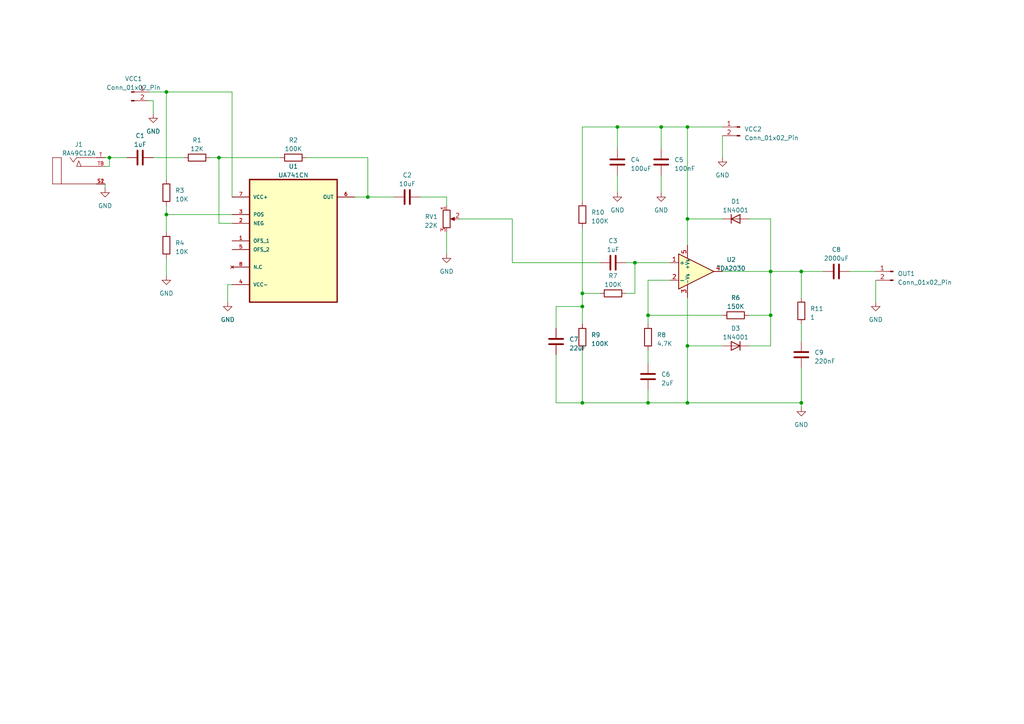
<source format=kicad_sch>
(kicad_sch (version 20230121) (generator eeschema)

  (uuid 7de68093-1690-4d2b-b151-502d235706c6)

  (paper "A4")

  (lib_symbols
    (symbol "Amplifier_Audio:TDA2030" (pin_names (offset 0.127)) (in_bom yes) (on_board yes)
      (property "Reference" "U" (at 3.81 6.35 0)
        (effects (font (size 1.27 1.27)))
      )
      (property "Value" "TDA2030" (at 3.81 3.81 0)
        (effects (font (size 1.27 1.27)))
      )
      (property "Footprint" "Package_TO_SOT_THT:TO-220-5_P3.4x3.7mm_StaggerOdd_Lead3.8mm_Vertical" (at 0 0 0)
        (effects (font (size 1.27 1.27) italic) hide)
      )
      (property "Datasheet" "http://www.st.com/resource/en/datasheet/cd00000128.pdf" (at 0 0 0)
        (effects (font (size 1.27 1.27)) hide)
      )
      (property "ki_keywords" "audio amplifier" (at 0 0 0)
        (effects (font (size 1.27 1.27)) hide)
      )
      (property "ki_description" "14W Hi-Fi Audio Amplifier, TO-220-5" (at 0 0 0)
        (effects (font (size 1.27 1.27)) hide)
      )
      (property "ki_fp_filters" "TO*220*StaggerOdd*" (at 0 0 0)
        (effects (font (size 1.27 1.27)) hide)
      )
      (symbol "TDA2030_0_1"
        (polyline
          (pts
            (xy -5.08 5.08)
            (xy 5.08 0)
            (xy -5.08 -5.08)
            (xy -5.08 5.08)
          )
          (stroke (width 0.254) (type default))
          (fill (type background))
        )
      )
      (symbol "TDA2030_1_1"
        (pin input line (at -7.62 2.54 0) (length 2.54)
          (name "+" (effects (font (size 1.27 1.27))))
          (number "1" (effects (font (size 1.27 1.27))))
        )
        (pin input line (at -7.62 -2.54 0) (length 2.54)
          (name "-" (effects (font (size 1.27 1.27))))
          (number "2" (effects (font (size 1.27 1.27))))
        )
        (pin power_in line (at -2.54 -7.62 90) (length 3.81)
          (name "-Vs" (effects (font (size 1.016 1.016))))
          (number "3" (effects (font (size 1.27 1.27))))
        )
        (pin output line (at 7.62 0 180) (length 2.54)
          (name "~" (effects (font (size 1.27 1.27))))
          (number "4" (effects (font (size 1.27 1.27))))
        )
        (pin power_in line (at -2.54 7.62 270) (length 3.81)
          (name "+Vs" (effects (font (size 1.016 1.016))))
          (number "5" (effects (font (size 1.27 1.27))))
        )
      )
    )
    (symbol "Connector:Conn_01x02_Pin" (pin_names (offset 1.016) hide) (in_bom yes) (on_board yes)
      (property "Reference" "J" (at 0 2.54 0)
        (effects (font (size 1.27 1.27)))
      )
      (property "Value" "Conn_01x02_Pin" (at 0 -5.08 0)
        (effects (font (size 1.27 1.27)))
      )
      (property "Footprint" "" (at 0 0 0)
        (effects (font (size 1.27 1.27)) hide)
      )
      (property "Datasheet" "~" (at 0 0 0)
        (effects (font (size 1.27 1.27)) hide)
      )
      (property "ki_locked" "" (at 0 0 0)
        (effects (font (size 1.27 1.27)))
      )
      (property "ki_keywords" "connector" (at 0 0 0)
        (effects (font (size 1.27 1.27)) hide)
      )
      (property "ki_description" "Generic connector, single row, 01x02, script generated" (at 0 0 0)
        (effects (font (size 1.27 1.27)) hide)
      )
      (property "ki_fp_filters" "Connector*:*_1x??_*" (at 0 0 0)
        (effects (font (size 1.27 1.27)) hide)
      )
      (symbol "Conn_01x02_Pin_1_1"
        (polyline
          (pts
            (xy 1.27 -2.54)
            (xy 0.8636 -2.54)
          )
          (stroke (width 0.1524) (type default))
          (fill (type none))
        )
        (polyline
          (pts
            (xy 1.27 0)
            (xy 0.8636 0)
          )
          (stroke (width 0.1524) (type default))
          (fill (type none))
        )
        (rectangle (start 0.8636 -2.413) (end 0 -2.667)
          (stroke (width 0.1524) (type default))
          (fill (type outline))
        )
        (rectangle (start 0.8636 0.127) (end 0 -0.127)
          (stroke (width 0.1524) (type default))
          (fill (type outline))
        )
        (pin passive line (at 5.08 0 180) (length 3.81)
          (name "Pin_1" (effects (font (size 1.27 1.27))))
          (number "1" (effects (font (size 1.27 1.27))))
        )
        (pin passive line (at 5.08 -2.54 180) (length 3.81)
          (name "Pin_2" (effects (font (size 1.27 1.27))))
          (number "2" (effects (font (size 1.27 1.27))))
        )
      )
    )
    (symbol "Device:C" (pin_numbers hide) (pin_names (offset 0.254)) (in_bom yes) (on_board yes)
      (property "Reference" "C" (at 0.635 2.54 0)
        (effects (font (size 1.27 1.27)) (justify left))
      )
      (property "Value" "C" (at 0.635 -2.54 0)
        (effects (font (size 1.27 1.27)) (justify left))
      )
      (property "Footprint" "" (at 0.9652 -3.81 0)
        (effects (font (size 1.27 1.27)) hide)
      )
      (property "Datasheet" "~" (at 0 0 0)
        (effects (font (size 1.27 1.27)) hide)
      )
      (property "ki_keywords" "cap capacitor" (at 0 0 0)
        (effects (font (size 1.27 1.27)) hide)
      )
      (property "ki_description" "Unpolarized capacitor" (at 0 0 0)
        (effects (font (size 1.27 1.27)) hide)
      )
      (property "ki_fp_filters" "C_*" (at 0 0 0)
        (effects (font (size 1.27 1.27)) hide)
      )
      (symbol "C_0_1"
        (polyline
          (pts
            (xy -2.032 -0.762)
            (xy 2.032 -0.762)
          )
          (stroke (width 0.508) (type default))
          (fill (type none))
        )
        (polyline
          (pts
            (xy -2.032 0.762)
            (xy 2.032 0.762)
          )
          (stroke (width 0.508) (type default))
          (fill (type none))
        )
      )
      (symbol "C_1_1"
        (pin passive line (at 0 3.81 270) (length 2.794)
          (name "~" (effects (font (size 1.27 1.27))))
          (number "1" (effects (font (size 1.27 1.27))))
        )
        (pin passive line (at 0 -3.81 90) (length 2.794)
          (name "~" (effects (font (size 1.27 1.27))))
          (number "2" (effects (font (size 1.27 1.27))))
        )
      )
    )
    (symbol "Device:R" (pin_numbers hide) (pin_names (offset 0)) (in_bom yes) (on_board yes)
      (property "Reference" "R" (at 2.032 0 90)
        (effects (font (size 1.27 1.27)))
      )
      (property "Value" "R" (at 0 0 90)
        (effects (font (size 1.27 1.27)))
      )
      (property "Footprint" "" (at -1.778 0 90)
        (effects (font (size 1.27 1.27)) hide)
      )
      (property "Datasheet" "~" (at 0 0 0)
        (effects (font (size 1.27 1.27)) hide)
      )
      (property "ki_keywords" "R res resistor" (at 0 0 0)
        (effects (font (size 1.27 1.27)) hide)
      )
      (property "ki_description" "Resistor" (at 0 0 0)
        (effects (font (size 1.27 1.27)) hide)
      )
      (property "ki_fp_filters" "R_*" (at 0 0 0)
        (effects (font (size 1.27 1.27)) hide)
      )
      (symbol "R_0_1"
        (rectangle (start -1.016 -2.54) (end 1.016 2.54)
          (stroke (width 0.254) (type default))
          (fill (type none))
        )
      )
      (symbol "R_1_1"
        (pin passive line (at 0 3.81 270) (length 1.27)
          (name "~" (effects (font (size 1.27 1.27))))
          (number "1" (effects (font (size 1.27 1.27))))
        )
        (pin passive line (at 0 -3.81 90) (length 1.27)
          (name "~" (effects (font (size 1.27 1.27))))
          (number "2" (effects (font (size 1.27 1.27))))
        )
      )
    )
    (symbol "Device:R_Potentiometer" (pin_names (offset 1.016) hide) (in_bom yes) (on_board yes)
      (property "Reference" "RV" (at -4.445 0 90)
        (effects (font (size 1.27 1.27)))
      )
      (property "Value" "R_Potentiometer" (at -2.54 0 90)
        (effects (font (size 1.27 1.27)))
      )
      (property "Footprint" "" (at 0 0 0)
        (effects (font (size 1.27 1.27)) hide)
      )
      (property "Datasheet" "~" (at 0 0 0)
        (effects (font (size 1.27 1.27)) hide)
      )
      (property "ki_keywords" "resistor variable" (at 0 0 0)
        (effects (font (size 1.27 1.27)) hide)
      )
      (property "ki_description" "Potentiometer" (at 0 0 0)
        (effects (font (size 1.27 1.27)) hide)
      )
      (property "ki_fp_filters" "Potentiometer*" (at 0 0 0)
        (effects (font (size 1.27 1.27)) hide)
      )
      (symbol "R_Potentiometer_0_1"
        (polyline
          (pts
            (xy 2.54 0)
            (xy 1.524 0)
          )
          (stroke (width 0) (type default))
          (fill (type none))
        )
        (polyline
          (pts
            (xy 1.143 0)
            (xy 2.286 0.508)
            (xy 2.286 -0.508)
            (xy 1.143 0)
          )
          (stroke (width 0) (type default))
          (fill (type outline))
        )
        (rectangle (start 1.016 2.54) (end -1.016 -2.54)
          (stroke (width 0.254) (type default))
          (fill (type none))
        )
      )
      (symbol "R_Potentiometer_1_1"
        (pin passive line (at 0 3.81 270) (length 1.27)
          (name "1" (effects (font (size 1.27 1.27))))
          (number "1" (effects (font (size 1.27 1.27))))
        )
        (pin passive line (at 3.81 0 180) (length 1.27)
          (name "2" (effects (font (size 1.27 1.27))))
          (number "2" (effects (font (size 1.27 1.27))))
        )
        (pin passive line (at 0 -3.81 90) (length 1.27)
          (name "3" (effects (font (size 1.27 1.27))))
          (number "3" (effects (font (size 1.27 1.27))))
        )
      )
    )
    (symbol "Diode:1N4001" (pin_numbers hide) (pin_names hide) (in_bom yes) (on_board yes)
      (property "Reference" "D" (at 0 2.54 0)
        (effects (font (size 1.27 1.27)))
      )
      (property "Value" "1N4001" (at 0 -2.54 0)
        (effects (font (size 1.27 1.27)))
      )
      (property "Footprint" "Diode_THT:D_DO-41_SOD81_P10.16mm_Horizontal" (at 0 0 0)
        (effects (font (size 1.27 1.27)) hide)
      )
      (property "Datasheet" "http://www.vishay.com/docs/88503/1n4001.pdf" (at 0 0 0)
        (effects (font (size 1.27 1.27)) hide)
      )
      (property "Sim.Device" "D" (at 0 0 0)
        (effects (font (size 1.27 1.27)) hide)
      )
      (property "Sim.Pins" "1=K 2=A" (at 0 0 0)
        (effects (font (size 1.27 1.27)) hide)
      )
      (property "ki_keywords" "diode" (at 0 0 0)
        (effects (font (size 1.27 1.27)) hide)
      )
      (property "ki_description" "50V 1A General Purpose Rectifier Diode, DO-41" (at 0 0 0)
        (effects (font (size 1.27 1.27)) hide)
      )
      (property "ki_fp_filters" "D*DO?41*" (at 0 0 0)
        (effects (font (size 1.27 1.27)) hide)
      )
      (symbol "1N4001_0_1"
        (polyline
          (pts
            (xy -1.27 1.27)
            (xy -1.27 -1.27)
          )
          (stroke (width 0.254) (type default))
          (fill (type none))
        )
        (polyline
          (pts
            (xy 1.27 0)
            (xy -1.27 0)
          )
          (stroke (width 0) (type default))
          (fill (type none))
        )
        (polyline
          (pts
            (xy 1.27 1.27)
            (xy 1.27 -1.27)
            (xy -1.27 0)
            (xy 1.27 1.27)
          )
          (stroke (width 0.254) (type default))
          (fill (type none))
        )
      )
      (symbol "1N4001_1_1"
        (pin passive line (at -3.81 0 0) (length 2.54)
          (name "K" (effects (font (size 1.27 1.27))))
          (number "1" (effects (font (size 1.27 1.27))))
        )
        (pin passive line (at 3.81 0 180) (length 2.54)
          (name "A" (effects (font (size 1.27 1.27))))
          (number "2" (effects (font (size 1.27 1.27))))
        )
      )
    )
    (symbol "RA49C12A:RA49C12A" (pin_names (offset 1.016)) (in_bom yes) (on_board yes)
      (property "Reference" "J" (at -7.62 3.81 0)
        (effects (font (size 1.27 1.27)) (justify left bottom))
      )
      (property "Value" "RA49C12A" (at -7.62 -6.35 0)
        (effects (font (size 1.27 1.27)) (justify left top))
      )
      (property "Footprint" "SWITCHCRAFT_RA49C12A" (at 0 0 0)
        (effects (font (size 1.27 1.27)) (justify bottom) hide)
      )
      (property "Datasheet" "" (at 0 0 0)
        (effects (font (size 1.27 1.27)) hide)
      )
      (property "PARTREV" "F" (at 0 0 0)
        (effects (font (size 1.27 1.27)) (justify bottom) hide)
      )
      (property "MAXIMUM_PACKAGE_HEIGHT" "18.85mm" (at 0 0 0)
        (effects (font (size 1.27 1.27)) (justify bottom) hide)
      )
      (property "STANDARD" "Manufacturer Recommendations" (at 0 0 0)
        (effects (font (size 1.27 1.27)) (justify bottom) hide)
      )
      (property "MANUFACTURER" "Switchcraft" (at 0 0 0)
        (effects (font (size 1.27 1.27)) (justify bottom) hide)
      )
      (symbol "RA49C12A_0_0"
        (polyline
          (pts
            (xy -7.62 -5.08)
            (xy -7.62 2.54)
          )
          (stroke (width 0.1524) (type default))
          (fill (type none))
        )
        (polyline
          (pts
            (xy -7.62 2.54)
            (xy -5.08 2.54)
          )
          (stroke (width 0.1524) (type default))
          (fill (type none))
        )
        (polyline
          (pts
            (xy -5.08 -5.08)
            (xy -7.62 -5.08)
          )
          (stroke (width 0.1524) (type default))
          (fill (type none))
        )
        (polyline
          (pts
            (xy -5.08 2.54)
            (xy -5.08 -5.08)
          )
          (stroke (width 0.1524) (type default))
          (fill (type none))
        )
        (polyline
          (pts
            (xy -1.5875 1.27)
            (xy -2.54 2.54)
          )
          (stroke (width 0.1524) (type default))
          (fill (type none))
        )
        (polyline
          (pts
            (xy -0.635 0)
            (xy 0 1.5875)
          )
          (stroke (width 0.1524) (type default))
          (fill (type none))
        )
        (polyline
          (pts
            (xy -0.635 2.54)
            (xy -1.5875 1.27)
          )
          (stroke (width 0.1524) (type default))
          (fill (type none))
        )
        (polyline
          (pts
            (xy 0 1.5875)
            (xy 0.635 0)
          )
          (stroke (width 0.1524) (type default))
          (fill (type none))
        )
        (polyline
          (pts
            (xy 0.635 0)
            (xy -0.635 0)
          )
          (stroke (width 0.1524) (type default))
          (fill (type none))
        )
        (polyline
          (pts
            (xy 5.08 0)
            (xy 0.635 0)
          )
          (stroke (width 0.1524) (type default))
          (fill (type none))
        )
        (polyline
          (pts
            (xy 7.62 -5.08)
            (xy -5.08 -5.08)
          )
          (stroke (width 0.1524) (type default))
          (fill (type none))
        )
        (polyline
          (pts
            (xy 7.62 2.54)
            (xy -0.635 2.54)
          )
          (stroke (width 0.1524) (type default))
          (fill (type none))
        )
        (pin passive line (at 7.62 -5.08 180) (length 2.54)
          (name "~" (effects (font (size 1.016 1.016))))
          (number "S1" (effects (font (size 1.016 1.016))))
        )
        (pin passive line (at 7.62 -5.08 180) (length 2.54)
          (name "~" (effects (font (size 1.016 1.016))))
          (number "S2" (effects (font (size 1.016 1.016))))
        )
        (pin passive line (at 7.62 2.54 180) (length 2.54)
          (name "~" (effects (font (size 1.016 1.016))))
          (number "T" (effects (font (size 1.016 1.016))))
        )
        (pin passive line (at 7.62 0 180) (length 2.54)
          (name "~" (effects (font (size 1.016 1.016))))
          (number "TB" (effects (font (size 1.016 1.016))))
        )
      )
    )
    (symbol "UA741CN:UA741CN" (pin_names (offset 1.016)) (in_bom yes) (on_board yes)
      (property "Reference" "U" (at -5.566 17.486 0)
        (effects (font (size 1.27 1.27)) (justify left bottom))
      )
      (property "Value" "UA741CN" (at -4.6011 -24.5306 0)
        (effects (font (size 1.27 1.27)) (justify left bottom))
      )
      (property "Footprint" "DIP254P762X533-8" (at 0 0 0)
        (effects (font (size 1.27 1.27)) (justify bottom) hide)
      )
      (property "Datasheet" "" (at 0 0 0)
        (effects (font (size 1.27 1.27)) hide)
      )
      (property "OC_FARNELL" "1094414" (at 0 0 0)
        (effects (font (size 1.27 1.27)) (justify bottom) hide)
      )
      (property "SUPPLIER" "STMICROELECTRONICS" (at 0 0 0)
        (effects (font (size 1.27 1.27)) (justify bottom) hide)
      )
      (property "OC_NEWARK" "89K1126" (at 0 0 0)
        (effects (font (size 1.27 1.27)) (justify bottom) hide)
      )
      (property "PACKAGE" "DIP" (at 0 0 0)
        (effects (font (size 1.27 1.27)) (justify bottom) hide)
      )
      (property "MPN" "UA741CN" (at 0 0 0)
        (effects (font (size 1.27 1.27)) (justify bottom) hide)
      )
      (symbol "UA741CN_0_0"
        (rectangle (start -12.7 -20.32) (end 12.7 15.24)
          (stroke (width 0.4064) (type default))
          (fill (type background))
        )
        (pin passive line (at -17.78 -2.54 0) (length 5.08)
          (name "OFS_1" (effects (font (size 1.016 1.016))))
          (number "1" (effects (font (size 1.016 1.016))))
        )
        (pin input line (at -17.78 2.54 0) (length 5.08)
          (name "NEG" (effects (font (size 1.016 1.016))))
          (number "2" (effects (font (size 1.016 1.016))))
        )
        (pin input line (at -17.78 5.08 0) (length 5.08)
          (name "POS" (effects (font (size 1.016 1.016))))
          (number "3" (effects (font (size 1.016 1.016))))
        )
        (pin power_in line (at -17.78 -15.24 0) (length 5.08)
          (name "VCC-" (effects (font (size 1.016 1.016))))
          (number "4" (effects (font (size 1.016 1.016))))
        )
        (pin passive line (at -17.78 -5.08 0) (length 5.08)
          (name "OFS_2" (effects (font (size 1.016 1.016))))
          (number "5" (effects (font (size 1.016 1.016))))
        )
        (pin output line (at 17.78 10.16 180) (length 5.08)
          (name "OUT" (effects (font (size 1.016 1.016))))
          (number "6" (effects (font (size 1.016 1.016))))
        )
        (pin power_in line (at -17.78 10.16 0) (length 5.08)
          (name "VCC+" (effects (font (size 1.016 1.016))))
          (number "7" (effects (font (size 1.016 1.016))))
        )
        (pin no_connect line (at -17.78 -10.16 0) (length 5.08)
          (name "N.C" (effects (font (size 1.016 1.016))))
          (number "8" (effects (font (size 1.016 1.016))))
        )
      )
    )
    (symbol "power:GND" (power) (pin_names (offset 0)) (in_bom yes) (on_board yes)
      (property "Reference" "#PWR" (at 0 -6.35 0)
        (effects (font (size 1.27 1.27)) hide)
      )
      (property "Value" "GND" (at 0 -3.81 0)
        (effects (font (size 1.27 1.27)))
      )
      (property "Footprint" "" (at 0 0 0)
        (effects (font (size 1.27 1.27)) hide)
      )
      (property "Datasheet" "" (at 0 0 0)
        (effects (font (size 1.27 1.27)) hide)
      )
      (property "ki_keywords" "global power" (at 0 0 0)
        (effects (font (size 1.27 1.27)) hide)
      )
      (property "ki_description" "Power symbol creates a global label with name \"GND\" , ground" (at 0 0 0)
        (effects (font (size 1.27 1.27)) hide)
      )
      (symbol "GND_0_1"
        (polyline
          (pts
            (xy 0 0)
            (xy 0 -1.27)
            (xy 1.27 -1.27)
            (xy 0 -2.54)
            (xy -1.27 -1.27)
            (xy 0 -1.27)
          )
          (stroke (width 0) (type default))
          (fill (type none))
        )
      )
      (symbol "GND_1_1"
        (pin power_in line (at 0 0 270) (length 0) hide
          (name "GND" (effects (font (size 1.27 1.27))))
          (number "1" (effects (font (size 1.27 1.27))))
        )
      )
    )
  )

  (junction (at 199.39 63.5) (diameter 0) (color 0 0 0 0)
    (uuid 035226d6-f220-4dd4-8609-c54acae6aea3)
  )
  (junction (at 232.41 78.74) (diameter 0) (color 0 0 0 0)
    (uuid 04b4d134-487c-4341-932e-fa85fba6f425)
  )
  (junction (at 187.96 91.44) (diameter 0) (color 0 0 0 0)
    (uuid 05597a41-88e2-4436-bb9d-3cc07ad66e76)
  )
  (junction (at 168.91 88.9) (diameter 0) (color 0 0 0 0)
    (uuid 0f0601c3-38bc-47a1-b886-f1a57b1c850e)
  )
  (junction (at 223.52 91.44) (diameter 0) (color 0 0 0 0)
    (uuid 20d3f9d0-9b7d-4809-93f2-8d0ca10b2d0f)
  )
  (junction (at 168.91 85.09) (diameter 0) (color 0 0 0 0)
    (uuid 233b7537-99e3-4ff7-a08a-8389ccf9535c)
  )
  (junction (at 106.68 57.15) (diameter 0) (color 0 0 0 0)
    (uuid 2b1874bf-0869-4d23-9d11-b52a02b269c6)
  )
  (junction (at 31.75 45.72) (diameter 0) (color 0 0 0 0)
    (uuid 2f7c8cab-d124-4ffe-a4fc-07d83c2be5ba)
  )
  (junction (at 179.07 36.83) (diameter 0) (color 0 0 0 0)
    (uuid 3db94ba2-8621-48a3-af11-4b1aa7c994f8)
  )
  (junction (at 184.15 76.2) (diameter 0) (color 0 0 0 0)
    (uuid 4d2f3ea7-fda8-4129-89f4-e3d6b3a36c26)
  )
  (junction (at 199.39 36.83) (diameter 0) (color 0 0 0 0)
    (uuid 4f4984ea-57a7-4212-ab8b-ddc1f6dd914a)
  )
  (junction (at 187.96 116.84) (diameter 0) (color 0 0 0 0)
    (uuid 6b7a3331-baf3-4730-bad2-64b5b34e868b)
  )
  (junction (at 199.39 116.84) (diameter 0) (color 0 0 0 0)
    (uuid 77409c6a-2ffd-469d-bdc4-f65e12af6fc7)
  )
  (junction (at 48.26 62.23) (diameter 0) (color 0 0 0 0)
    (uuid 81ad5040-e48e-4b4a-90d7-35502449efae)
  )
  (junction (at 63.5 45.72) (diameter 0) (color 0 0 0 0)
    (uuid a26bbff8-279f-4b9e-8e70-326ef15ea641)
  )
  (junction (at 191.77 36.83) (diameter 0) (color 0 0 0 0)
    (uuid b0e39b65-6cae-475b-a0af-81cbf6c77309)
  )
  (junction (at 232.41 116.84) (diameter 0) (color 0 0 0 0)
    (uuid b2007e7c-101f-4bf5-b54d-0b3e9e8c8603)
  )
  (junction (at 48.26 26.67) (diameter 0) (color 0 0 0 0)
    (uuid c0e435a2-410a-468b-84c7-afb756c26cb7)
  )
  (junction (at 168.91 116.84) (diameter 0) (color 0 0 0 0)
    (uuid c1ac136b-1701-4fb5-9282-55d480cb0c90)
  )
  (junction (at 223.52 78.74) (diameter 0) (color 0 0 0 0)
    (uuid d7042559-efa2-4250-af91-00e07f0f216b)
  )
  (junction (at 199.39 100.33) (diameter 0) (color 0 0 0 0)
    (uuid dd28ebd7-a2e3-4706-9534-6d799370ccc5)
  )

  (wire (pts (xy 30.48 45.72) (xy 31.75 45.72))
    (stroke (width 0) (type default))
    (uuid 022ff7b7-5473-42a8-8fc5-7d0eeeff7ccb)
  )
  (wire (pts (xy 168.91 66.04) (xy 168.91 85.09))
    (stroke (width 0) (type default))
    (uuid 0612651a-fad5-4416-8f8c-5ac90afe7692)
  )
  (wire (pts (xy 223.52 63.5) (xy 223.52 78.74))
    (stroke (width 0) (type default))
    (uuid 06bc327b-6b6c-4374-8e47-8dde0fdce962)
  )
  (wire (pts (xy 199.39 36.83) (xy 199.39 63.5))
    (stroke (width 0) (type default))
    (uuid 081294a2-a0ba-48c8-8f91-ed75d542859a)
  )
  (wire (pts (xy 161.29 95.25) (xy 161.29 88.9))
    (stroke (width 0) (type default))
    (uuid 0b45aa32-35e8-4b39-b4a2-696dee9fa129)
  )
  (wire (pts (xy 31.75 48.26) (xy 31.75 45.72))
    (stroke (width 0) (type default))
    (uuid 0b6d6182-579f-484d-89c0-3f19d2f9ec92)
  )
  (wire (pts (xy 48.26 62.23) (xy 48.26 67.31))
    (stroke (width 0) (type default))
    (uuid 0b8cc7a8-69f2-4278-b3a8-b942fced232e)
  )
  (wire (pts (xy 217.17 91.44) (xy 223.52 91.44))
    (stroke (width 0) (type default))
    (uuid 0e5fbdc4-7d6e-40f3-bea8-08f43da0259e)
  )
  (wire (pts (xy 223.52 100.33) (xy 223.52 91.44))
    (stroke (width 0) (type default))
    (uuid 153b1b97-57af-4569-b6b4-6c46e1a15f17)
  )
  (wire (pts (xy 129.54 57.15) (xy 121.92 57.15))
    (stroke (width 0) (type default))
    (uuid 1b94d98b-adba-4073-b343-527a111334ad)
  )
  (wire (pts (xy 217.17 100.33) (xy 223.52 100.33))
    (stroke (width 0) (type default))
    (uuid 1c94c1a9-92e8-4f2e-9175-430e96ee72d7)
  )
  (wire (pts (xy 30.48 53.34) (xy 30.48 54.61))
    (stroke (width 0) (type default))
    (uuid 1dc81cc1-47fb-42ee-8953-0611c53057d1)
  )
  (wire (pts (xy 191.77 36.83) (xy 191.77 43.18))
    (stroke (width 0) (type default))
    (uuid 205834ad-45d1-4440-b71e-232e62fd57c8)
  )
  (wire (pts (xy 168.91 116.84) (xy 187.96 116.84))
    (stroke (width 0) (type default))
    (uuid 28b375f9-623d-40ea-aea6-8aced7f30f77)
  )
  (wire (pts (xy 63.5 64.77) (xy 63.5 45.72))
    (stroke (width 0) (type default))
    (uuid 323027df-3d91-4ab7-92a1-4166fa45379c)
  )
  (wire (pts (xy 199.39 86.36) (xy 199.39 100.33))
    (stroke (width 0) (type default))
    (uuid 33500a39-d682-4931-a116-3e07c56217bc)
  )
  (wire (pts (xy 184.15 85.09) (xy 184.15 76.2))
    (stroke (width 0) (type default))
    (uuid 34978312-a65c-49dd-9102-828cfdd4e48a)
  )
  (wire (pts (xy 199.39 71.12) (xy 199.39 63.5))
    (stroke (width 0) (type default))
    (uuid 3649a17c-57ec-4a96-baae-9600e4759e64)
  )
  (wire (pts (xy 48.26 26.67) (xy 48.26 52.07))
    (stroke (width 0) (type default))
    (uuid 3ac00dba-026d-45ab-bb4e-8856364c4766)
  )
  (wire (pts (xy 168.91 36.83) (xy 168.91 58.42))
    (stroke (width 0) (type default))
    (uuid 3ada9b68-9227-4bbe-b741-a4b27d777345)
  )
  (wire (pts (xy 187.96 93.98) (xy 187.96 91.44))
    (stroke (width 0) (type default))
    (uuid 3efec991-ac78-4f49-993d-d0dc09402de4)
  )
  (wire (pts (xy 199.39 36.83) (xy 191.77 36.83))
    (stroke (width 0) (type default))
    (uuid 3f6072a5-200a-471e-be9a-da71567f61e8)
  )
  (wire (pts (xy 44.45 45.72) (xy 53.34 45.72))
    (stroke (width 0) (type default))
    (uuid 41621144-3ece-4262-acbf-feaf7846d118)
  )
  (wire (pts (xy 199.39 100.33) (xy 199.39 116.84))
    (stroke (width 0) (type default))
    (uuid 43c0d3a7-8bdf-4a08-bb70-d01e1ee214d0)
  )
  (wire (pts (xy 161.29 102.87) (xy 161.29 116.84))
    (stroke (width 0) (type default))
    (uuid 49dfa664-6234-400f-814f-70dffb39c61c)
  )
  (wire (pts (xy 246.38 78.74) (xy 254 78.74))
    (stroke (width 0) (type default))
    (uuid 4a09022c-a183-4d49-b8c7-b16cf1f70c5c)
  )
  (wire (pts (xy 187.96 81.28) (xy 194.31 81.28))
    (stroke (width 0) (type default))
    (uuid 4a1c81e9-da5b-4096-ac71-09224fed2fd6)
  )
  (wire (pts (xy 199.39 100.33) (xy 209.55 100.33))
    (stroke (width 0) (type default))
    (uuid 4ba2438d-37b3-406c-a5c7-e776a5dc5ad3)
  )
  (wire (pts (xy 187.96 91.44) (xy 209.55 91.44))
    (stroke (width 0) (type default))
    (uuid 4c44f947-060a-4aac-9dfd-78c2354ac36e)
  )
  (wire (pts (xy 187.96 81.28) (xy 187.96 91.44))
    (stroke (width 0) (type default))
    (uuid 5565704b-0ab3-45fc-bb1b-32a6b0d88963)
  )
  (wire (pts (xy 181.61 85.09) (xy 184.15 85.09))
    (stroke (width 0) (type default))
    (uuid 57462c3b-a4d5-4e0a-844b-35674764d146)
  )
  (wire (pts (xy 232.41 116.84) (xy 232.41 118.11))
    (stroke (width 0) (type default))
    (uuid 589c5d4e-e630-48c0-af51-c21aae727e90)
  )
  (wire (pts (xy 232.41 78.74) (xy 238.76 78.74))
    (stroke (width 0) (type default))
    (uuid 59109598-5226-4130-afa1-4891af6c5031)
  )
  (wire (pts (xy 66.04 82.55) (xy 66.04 87.63))
    (stroke (width 0) (type default))
    (uuid 5a69a307-5004-4738-8ad8-8402e06172f7)
  )
  (wire (pts (xy 106.68 57.15) (xy 106.68 45.72))
    (stroke (width 0) (type default))
    (uuid 5e3d7af7-7fdf-4497-af15-2921134d3f7d)
  )
  (wire (pts (xy 232.41 106.68) (xy 232.41 116.84))
    (stroke (width 0) (type default))
    (uuid 5f244874-46e9-4a36-8720-24ebee6687dc)
  )
  (wire (pts (xy 43.18 26.67) (xy 48.26 26.67))
    (stroke (width 0) (type default))
    (uuid 6946bca7-8b15-4c3e-884d-1ccc1d92a103)
  )
  (wire (pts (xy 48.26 74.93) (xy 48.26 80.01))
    (stroke (width 0) (type default))
    (uuid 6ccab7bb-b3a2-4d0c-999a-c0c579e40e9f)
  )
  (wire (pts (xy 254 81.28) (xy 254 87.63))
    (stroke (width 0) (type default))
    (uuid 700c6980-70d3-413c-b943-1bcb0d9a19ba)
  )
  (wire (pts (xy 179.07 36.83) (xy 168.91 36.83))
    (stroke (width 0) (type default))
    (uuid 71c62240-d422-449b-a45c-1a59753d4d28)
  )
  (wire (pts (xy 199.39 116.84) (xy 232.41 116.84))
    (stroke (width 0) (type default))
    (uuid 77a267dd-ce2b-498d-abf9-1ff69d9ef6a3)
  )
  (wire (pts (xy 67.31 62.23) (xy 48.26 62.23))
    (stroke (width 0) (type default))
    (uuid 7a7c750a-1f64-42ff-b207-33a2d149f9c5)
  )
  (wire (pts (xy 179.07 50.8) (xy 179.07 55.88))
    (stroke (width 0) (type default))
    (uuid 7bd91e79-5247-4a43-ba32-60d3065ad33e)
  )
  (wire (pts (xy 67.31 57.15) (xy 67.31 26.67))
    (stroke (width 0) (type default))
    (uuid 8198959c-0c23-4ed2-b5ad-316d1e5a7191)
  )
  (wire (pts (xy 48.26 59.69) (xy 48.26 62.23))
    (stroke (width 0) (type default))
    (uuid 82a5ea5d-0090-4218-8db0-8b1a0009f5d4)
  )
  (wire (pts (xy 217.17 63.5) (xy 223.52 63.5))
    (stroke (width 0) (type default))
    (uuid 840b40be-31c5-4f27-99c0-3ca7234b94ce)
  )
  (wire (pts (xy 168.91 88.9) (xy 168.91 93.98))
    (stroke (width 0) (type default))
    (uuid 88dc5a85-0c7d-47ee-b30b-7a9bcaddc329)
  )
  (wire (pts (xy 199.39 63.5) (xy 209.55 63.5))
    (stroke (width 0) (type default))
    (uuid 8ddecbef-b60f-4f98-bfb2-75d0fa71e224)
  )
  (wire (pts (xy 106.68 45.72) (xy 88.9 45.72))
    (stroke (width 0) (type default))
    (uuid 8df2fdda-8b98-4f2b-bb9c-1ec5dd6d3d35)
  )
  (wire (pts (xy 67.31 26.67) (xy 48.26 26.67))
    (stroke (width 0) (type default))
    (uuid 90018133-711a-450e-9716-b2cd55ccdfce)
  )
  (wire (pts (xy 133.35 63.5) (xy 148.59 63.5))
    (stroke (width 0) (type default))
    (uuid 96de48ca-4fb7-488f-bed0-a96261577486)
  )
  (wire (pts (xy 60.96 45.72) (xy 63.5 45.72))
    (stroke (width 0) (type default))
    (uuid 99896026-0d0f-462b-ad0c-d3aebbd605c7)
  )
  (wire (pts (xy 30.48 48.26) (xy 31.75 48.26))
    (stroke (width 0) (type default))
    (uuid 99cdac33-bae4-4a2f-bf41-a6eff3e5397e)
  )
  (wire (pts (xy 31.75 45.72) (xy 36.83 45.72))
    (stroke (width 0) (type default))
    (uuid 9c004814-f48b-4679-911d-92349b8a5aad)
  )
  (wire (pts (xy 223.52 91.44) (xy 223.52 78.74))
    (stroke (width 0) (type default))
    (uuid 9ccc10c0-2b53-450d-8b7d-8cd45bdfbd80)
  )
  (wire (pts (xy 168.91 101.6) (xy 168.91 116.84))
    (stroke (width 0) (type default))
    (uuid a1385204-2687-49d8-bd28-2c057366a69c)
  )
  (wire (pts (xy 187.96 101.6) (xy 187.96 105.41))
    (stroke (width 0) (type default))
    (uuid a2e88cbc-8977-45f6-9a13-d4cfb71b47f7)
  )
  (wire (pts (xy 168.91 85.09) (xy 168.91 88.9))
    (stroke (width 0) (type default))
    (uuid a441abcf-4349-4c10-ad04-3d5627afe7b1)
  )
  (wire (pts (xy 148.59 63.5) (xy 148.59 76.2))
    (stroke (width 0) (type default))
    (uuid a5cb1b08-931e-4187-94d3-3dd7a0f3a88a)
  )
  (wire (pts (xy 161.29 88.9) (xy 168.91 88.9))
    (stroke (width 0) (type default))
    (uuid afab2e56-d376-435d-8779-a5408295a674)
  )
  (wire (pts (xy 232.41 78.74) (xy 232.41 86.36))
    (stroke (width 0) (type default))
    (uuid b06f2b1e-f4d8-434f-bb91-98522ef09fc9)
  )
  (wire (pts (xy 67.31 64.77) (xy 63.5 64.77))
    (stroke (width 0) (type default))
    (uuid baed47ce-d47c-4907-a6a4-4376ac1d5dad)
  )
  (wire (pts (xy 191.77 36.83) (xy 179.07 36.83))
    (stroke (width 0) (type default))
    (uuid bd6b66c2-1d50-4c58-adbf-dedf94d7a421)
  )
  (wire (pts (xy 209.55 36.83) (xy 199.39 36.83))
    (stroke (width 0) (type default))
    (uuid be1c5edc-a0e8-4a34-a2af-bc43a9da2b77)
  )
  (wire (pts (xy 179.07 36.83) (xy 179.07 43.18))
    (stroke (width 0) (type default))
    (uuid c0883868-370b-4387-bb36-313e19122276)
  )
  (wire (pts (xy 161.29 116.84) (xy 168.91 116.84))
    (stroke (width 0) (type default))
    (uuid c1f8e4a7-5441-4e70-9478-842e7417fb3c)
  )
  (wire (pts (xy 44.45 29.21) (xy 43.18 29.21))
    (stroke (width 0) (type default))
    (uuid c281da43-d4c1-41fb-a0a3-550fed613a8c)
  )
  (wire (pts (xy 187.96 113.03) (xy 187.96 116.84))
    (stroke (width 0) (type default))
    (uuid c78a006b-c2a8-42a3-8b05-8ee61dd1156f)
  )
  (wire (pts (xy 209.55 78.74) (xy 223.52 78.74))
    (stroke (width 0) (type default))
    (uuid c9bcee85-82bd-46c1-aa05-c7701a42943c)
  )
  (wire (pts (xy 44.45 33.02) (xy 44.45 29.21))
    (stroke (width 0) (type default))
    (uuid cb038ada-9452-4f3e-85f7-36dd56e6151a)
  )
  (wire (pts (xy 181.61 76.2) (xy 184.15 76.2))
    (stroke (width 0) (type default))
    (uuid ce1361c2-7636-45bc-a033-bacf8bacfbf9)
  )
  (wire (pts (xy 67.31 82.55) (xy 66.04 82.55))
    (stroke (width 0) (type default))
    (uuid d1e4d481-e176-45d9-9b67-9069108f9d18)
  )
  (wire (pts (xy 63.5 45.72) (xy 81.28 45.72))
    (stroke (width 0) (type default))
    (uuid d62586bf-aa32-4e16-b172-0832685d4b58)
  )
  (wire (pts (xy 168.91 85.09) (xy 173.99 85.09))
    (stroke (width 0) (type default))
    (uuid dd1eaff7-23ff-4848-98e0-59a7718d6d4e)
  )
  (wire (pts (xy 106.68 57.15) (xy 102.87 57.15))
    (stroke (width 0) (type default))
    (uuid e28b3308-38ac-4a1f-94bc-13b94391d61f)
  )
  (wire (pts (xy 223.52 78.74) (xy 232.41 78.74))
    (stroke (width 0) (type default))
    (uuid e7acdf26-1160-4c80-a69c-399450b72260)
  )
  (wire (pts (xy 232.41 93.98) (xy 232.41 99.06))
    (stroke (width 0) (type default))
    (uuid e83f6e7f-67f5-40da-8fc8-966924d672cd)
  )
  (wire (pts (xy 106.68 57.15) (xy 114.3 57.15))
    (stroke (width 0) (type default))
    (uuid e9370895-7302-4741-b7d7-c51894531d18)
  )
  (wire (pts (xy 191.77 50.8) (xy 191.77 55.88))
    (stroke (width 0) (type default))
    (uuid eb4c44b4-5efd-4f2a-a0e5-39591a051818)
  )
  (wire (pts (xy 148.59 76.2) (xy 173.99 76.2))
    (stroke (width 0) (type default))
    (uuid ecbce04f-efb3-4097-9c74-856252c7b1d2)
  )
  (wire (pts (xy 129.54 59.69) (xy 129.54 57.15))
    (stroke (width 0) (type default))
    (uuid f633c7e9-1267-4dc0-ba25-8f94e5df53b0)
  )
  (wire (pts (xy 209.55 39.37) (xy 209.55 45.72))
    (stroke (width 0) (type default))
    (uuid f68c539a-02db-48ce-bdf0-a067f88a5c36)
  )
  (wire (pts (xy 187.96 116.84) (xy 199.39 116.84))
    (stroke (width 0) (type default))
    (uuid fb53a575-e09b-4432-8e6b-2fd61c8f893d)
  )
  (wire (pts (xy 184.15 76.2) (xy 194.31 76.2))
    (stroke (width 0) (type default))
    (uuid fe11dc58-b438-4151-b6ed-868e91282125)
  )
  (wire (pts (xy 129.54 67.31) (xy 129.54 73.66))
    (stroke (width 0) (type default))
    (uuid fe6706a7-27d9-4a3c-83b6-c79a7d0e56da)
  )

  (symbol (lib_id "Device:R") (at 48.26 55.88 0) (unit 1)
    (in_bom yes) (on_board yes) (dnp no) (fields_autoplaced)
    (uuid 09850de3-993c-4a04-9350-fa6ad324403a)
    (property "Reference" "R3" (at 50.8 55.245 0)
      (effects (font (size 1.27 1.27)) (justify left))
    )
    (property "Value" "10K" (at 50.8 57.785 0)
      (effects (font (size 1.27 1.27)) (justify left))
    )
    (property "Footprint" "Resistor_THT:R_Axial_DIN0411_L9.9mm_D3.6mm_P12.70mm_Horizontal" (at 46.482 55.88 90)
      (effects (font (size 1.27 1.27)) hide)
    )
    (property "Datasheet" "~" (at 48.26 55.88 0)
      (effects (font (size 1.27 1.27)) hide)
    )
    (pin "1" (uuid 43f5aafe-f8d5-4cd8-9bfa-64c21998d890))
    (pin "2" (uuid 25b5b649-3151-49ea-a26e-de4e0acbf143))
    (instances
      (project "AmplificatorChitara"
        (path "/7de68093-1690-4d2b-b151-502d235706c6"
          (reference "R3") (unit 1)
        )
      )
    )
  )

  (symbol (lib_id "power:GND") (at 48.26 80.01 0) (unit 1)
    (in_bom yes) (on_board yes) (dnp no) (fields_autoplaced)
    (uuid 192fcb1a-b75f-4d55-8c35-ac2575765fad)
    (property "Reference" "#PWR02" (at 48.26 86.36 0)
      (effects (font (size 1.27 1.27)) hide)
    )
    (property "Value" "GND" (at 48.26 85.09 0)
      (effects (font (size 1.27 1.27)))
    )
    (property "Footprint" "" (at 48.26 80.01 0)
      (effects (font (size 1.27 1.27)) hide)
    )
    (property "Datasheet" "" (at 48.26 80.01 0)
      (effects (font (size 1.27 1.27)) hide)
    )
    (pin "1" (uuid 3548bc3a-0670-4f22-bb55-412053c441de))
    (instances
      (project "AmplificatorChitara"
        (path "/7de68093-1690-4d2b-b151-502d235706c6"
          (reference "#PWR02") (unit 1)
        )
      )
    )
  )

  (symbol (lib_id "RA49C12A:RA49C12A") (at 22.86 48.26 0) (unit 1)
    (in_bom yes) (on_board yes) (dnp no) (fields_autoplaced)
    (uuid 257fb8f8-5459-4765-bec0-d3eaf7732d83)
    (property "Reference" "J1" (at 22.86 41.91 0)
      (effects (font (size 1.27 1.27)))
    )
    (property "Value" "RA49C12A" (at 22.86 44.45 0)
      (effects (font (size 1.27 1.27)))
    )
    (property "Footprint" "RA49C12A:SWITCHCRAFT_RA49C12A" (at 22.86 48.26 0)
      (effects (font (size 1.27 1.27)) (justify bottom) hide)
    )
    (property "Datasheet" "" (at 22.86 48.26 0)
      (effects (font (size 1.27 1.27)) hide)
    )
    (property "PARTREV" "F" (at 22.86 48.26 0)
      (effects (font (size 1.27 1.27)) (justify bottom) hide)
    )
    (property "MAXIMUM_PACKAGE_HEIGHT" "18.85mm" (at 22.86 48.26 0)
      (effects (font (size 1.27 1.27)) (justify bottom) hide)
    )
    (property "STANDARD" "Manufacturer Recommendations" (at 22.86 48.26 0)
      (effects (font (size 1.27 1.27)) (justify bottom) hide)
    )
    (property "MANUFACTURER" "Switchcraft" (at 22.86 48.26 0)
      (effects (font (size 1.27 1.27)) (justify bottom) hide)
    )
    (pin "S1" (uuid 29095dd4-86d8-4864-91fe-6b20fe19b3d3))
    (pin "S2" (uuid c121ed77-89f8-43f1-b1c3-0a432586ebe2))
    (pin "T" (uuid cd0f5806-ac35-4800-bc45-2da6467296da))
    (pin "TB" (uuid 587d3c75-51c1-4713-af51-e1818f416cc9))
    (instances
      (project "AmplificatorChitara"
        (path "/7de68093-1690-4d2b-b151-502d235706c6"
          (reference "J1") (unit 1)
        )
      )
    )
  )

  (symbol (lib_id "UA741CN:UA741CN") (at 85.09 67.31 0) (unit 1)
    (in_bom yes) (on_board yes) (dnp no) (fields_autoplaced)
    (uuid 2e0c5316-aadb-4362-b3f5-0c23380e264e)
    (property "Reference" "U1" (at 85.09 48.26 0)
      (effects (font (size 1.27 1.27)))
    )
    (property "Value" "UA741CN" (at 85.09 50.8 0)
      (effects (font (size 1.27 1.27)))
    )
    (property "Footprint" "UA741CN:DIP254P762X533-8" (at 85.09 67.31 0)
      (effects (font (size 1.27 1.27)) (justify bottom) hide)
    )
    (property "Datasheet" "" (at 85.09 67.31 0)
      (effects (font (size 1.27 1.27)) hide)
    )
    (property "OC_FARNELL" "1094414" (at 85.09 67.31 0)
      (effects (font (size 1.27 1.27)) (justify bottom) hide)
    )
    (property "SUPPLIER" "STMICROELECTRONICS" (at 85.09 67.31 0)
      (effects (font (size 1.27 1.27)) (justify bottom) hide)
    )
    (property "OC_NEWARK" "89K1126" (at 85.09 67.31 0)
      (effects (font (size 1.27 1.27)) (justify bottom) hide)
    )
    (property "PACKAGE" "DIP" (at 85.09 67.31 0)
      (effects (font (size 1.27 1.27)) (justify bottom) hide)
    )
    (property "MPN" "UA741CN" (at 85.09 67.31 0)
      (effects (font (size 1.27 1.27)) (justify bottom) hide)
    )
    (pin "1" (uuid b38e3ff4-34b5-4708-818f-acb7e055d034))
    (pin "2" (uuid 2f2b219b-264f-4195-a422-2a607edfaa7a))
    (pin "3" (uuid f4b1c29f-eba6-490b-a9c2-d24704d53f5a))
    (pin "4" (uuid 12870afc-6958-4e41-b7f0-ba7cd7fc7b63))
    (pin "5" (uuid 8ea0d926-2de5-4965-bfd2-39de41091d68))
    (pin "6" (uuid fef8b917-f0ab-4d1e-944c-f31417809beb))
    (pin "7" (uuid 488908e1-781b-408f-a976-222c8e3d753a))
    (pin "8" (uuid 685ecef5-9616-46a6-b3c2-e7ded5bb2a1f))
    (instances
      (project "AmplificatorChitara"
        (path "/7de68093-1690-4d2b-b151-502d235706c6"
          (reference "U1") (unit 1)
        )
      )
    )
  )

  (symbol (lib_id "Device:R") (at 213.36 91.44 90) (unit 1)
    (in_bom yes) (on_board yes) (dnp no) (fields_autoplaced)
    (uuid 33ef7f5d-367a-42cc-b8ef-574f1a04822c)
    (property "Reference" "R6" (at 213.36 86.36 90)
      (effects (font (size 1.27 1.27)))
    )
    (property "Value" "150K" (at 213.36 88.9 90)
      (effects (font (size 1.27 1.27)))
    )
    (property "Footprint" "Resistor_THT:R_Axial_DIN0411_L9.9mm_D3.6mm_P12.70mm_Horizontal" (at 213.36 93.218 90)
      (effects (font (size 1.27 1.27)) hide)
    )
    (property "Datasheet" "~" (at 213.36 91.44 0)
      (effects (font (size 1.27 1.27)) hide)
    )
    (pin "1" (uuid 08a342fc-0dbf-4b1e-9c52-8df80a27cc56))
    (pin "2" (uuid 330191f6-d647-47e2-9bac-2ee30ae3c1af))
    (instances
      (project "AmplificatorChitara"
        (path "/7de68093-1690-4d2b-b151-502d235706c6"
          (reference "R6") (unit 1)
        )
      )
    )
  )

  (symbol (lib_id "power:GND") (at 179.07 55.88 0) (unit 1)
    (in_bom yes) (on_board yes) (dnp no) (fields_autoplaced)
    (uuid 35075074-a2ab-4c00-a92f-b000f8f703a9)
    (property "Reference" "#PWR06" (at 179.07 62.23 0)
      (effects (font (size 1.27 1.27)) hide)
    )
    (property "Value" "GND" (at 179.07 60.96 0)
      (effects (font (size 1.27 1.27)))
    )
    (property "Footprint" "" (at 179.07 55.88 0)
      (effects (font (size 1.27 1.27)) hide)
    )
    (property "Datasheet" "" (at 179.07 55.88 0)
      (effects (font (size 1.27 1.27)) hide)
    )
    (pin "1" (uuid bb375905-a7bd-40b3-a5d4-c0b477158031))
    (instances
      (project "AmplificatorChitara"
        (path "/7de68093-1690-4d2b-b151-502d235706c6"
          (reference "#PWR06") (unit 1)
        )
      )
    )
  )

  (symbol (lib_id "Device:R_Potentiometer") (at 129.54 63.5 0) (unit 1)
    (in_bom yes) (on_board yes) (dnp no) (fields_autoplaced)
    (uuid 37c8b6a5-e89a-4340-ba21-ead6b9d6fb5a)
    (property "Reference" "RV1" (at 127 62.865 0)
      (effects (font (size 1.27 1.27)) (justify right))
    )
    (property "Value" "22K" (at 127 65.405 0)
      (effects (font (size 1.27 1.27)) (justify right))
    )
    (property "Footprint" "Potentiometer_THT:Potentiometer_Alps_RK09K_Single_Vertical" (at 129.54 63.5 0)
      (effects (font (size 1.27 1.27)) hide)
    )
    (property "Datasheet" "~" (at 129.54 63.5 0)
      (effects (font (size 1.27 1.27)) hide)
    )
    (pin "1" (uuid 23179c67-96fb-4271-9017-3534e7058725))
    (pin "2" (uuid 46211835-f471-421f-ac6a-a54fb3bf8166))
    (pin "3" (uuid 385064ac-564b-47c5-9298-2a587cfa19ac))
    (instances
      (project "AmplificatorChitara"
        (path "/7de68093-1690-4d2b-b151-502d235706c6"
          (reference "RV1") (unit 1)
        )
      )
    )
  )

  (symbol (lib_id "Device:C") (at 179.07 46.99 0) (unit 1)
    (in_bom yes) (on_board yes) (dnp no) (fields_autoplaced)
    (uuid 3e8b52d1-01a1-40a8-813d-ccce993f05de)
    (property "Reference" "C4" (at 182.88 46.355 0)
      (effects (font (size 1.27 1.27)) (justify left))
    )
    (property "Value" "100uF" (at 182.88 48.895 0)
      (effects (font (size 1.27 1.27)) (justify left))
    )
    (property "Footprint" "Capacitor_THT:CP_Radial_D10.0mm_P3.50mm" (at 180.0352 50.8 0)
      (effects (font (size 1.27 1.27)) hide)
    )
    (property "Datasheet" "~" (at 179.07 46.99 0)
      (effects (font (size 1.27 1.27)) hide)
    )
    (pin "1" (uuid 4c676298-b036-4c7c-b88c-cd2850f4317c))
    (pin "2" (uuid 3aea7a5e-a384-4ea5-bd21-e19dc3cd13dc))
    (instances
      (project "AmplificatorChitara"
        (path "/7de68093-1690-4d2b-b151-502d235706c6"
          (reference "C4") (unit 1)
        )
      )
    )
  )

  (symbol (lib_id "Device:R") (at 187.96 97.79 0) (unit 1)
    (in_bom yes) (on_board yes) (dnp no) (fields_autoplaced)
    (uuid 401cc1a5-b552-4b34-8f97-5b20e64b6825)
    (property "Reference" "R8" (at 190.5 97.155 0)
      (effects (font (size 1.27 1.27)) (justify left))
    )
    (property "Value" "4.7K" (at 190.5 99.695 0)
      (effects (font (size 1.27 1.27)) (justify left))
    )
    (property "Footprint" "Resistor_THT:R_Axial_DIN0411_L9.9mm_D3.6mm_P12.70mm_Horizontal" (at 186.182 97.79 90)
      (effects (font (size 1.27 1.27)) hide)
    )
    (property "Datasheet" "~" (at 187.96 97.79 0)
      (effects (font (size 1.27 1.27)) hide)
    )
    (pin "1" (uuid f1008964-3ff4-4de8-9b54-58c565aefb0c))
    (pin "2" (uuid 1dff5b49-4a87-404c-ad56-8b4ae042020b))
    (instances
      (project "AmplificatorChitara"
        (path "/7de68093-1690-4d2b-b151-502d235706c6"
          (reference "R8") (unit 1)
        )
      )
    )
  )

  (symbol (lib_id "Device:R") (at 168.91 62.23 0) (unit 1)
    (in_bom yes) (on_board yes) (dnp no) (fields_autoplaced)
    (uuid 44d46a00-e738-403b-97be-425669e0dc59)
    (property "Reference" "R10" (at 171.45 61.595 0)
      (effects (font (size 1.27 1.27)) (justify left))
    )
    (property "Value" "100K" (at 171.45 64.135 0)
      (effects (font (size 1.27 1.27)) (justify left))
    )
    (property "Footprint" "Resistor_THT:R_Axial_DIN0411_L9.9mm_D3.6mm_P12.70mm_Horizontal" (at 167.132 62.23 90)
      (effects (font (size 1.27 1.27)) hide)
    )
    (property "Datasheet" "~" (at 168.91 62.23 0)
      (effects (font (size 1.27 1.27)) hide)
    )
    (pin "1" (uuid af34bbe9-f560-4b9a-806c-23648cc11baa))
    (pin "2" (uuid 7b50e2b9-0550-4d51-89db-eb95b94eb2d8))
    (instances
      (project "AmplificatorChitara"
        (path "/7de68093-1690-4d2b-b151-502d235706c6"
          (reference "R10") (unit 1)
        )
      )
    )
  )

  (symbol (lib_id "Amplifier_Audio:TDA2030") (at 201.93 78.74 0) (unit 1)
    (in_bom yes) (on_board yes) (dnp no) (fields_autoplaced)
    (uuid 4816a0f2-a03c-4ac3-ba90-7bcc096394c4)
    (property "Reference" "U2" (at 212.09 75.3111 0)
      (effects (font (size 1.27 1.27)))
    )
    (property "Value" "TDA2030" (at 212.09 77.8511 0)
      (effects (font (size 1.27 1.27)))
    )
    (property "Footprint" "Package_TO_SOT_THT:TO-220-5_P3.4x3.7mm_StaggerOdd_Lead3.8mm_Vertical" (at 201.93 78.74 0)
      (effects (font (size 1.27 1.27) italic) hide)
    )
    (property "Datasheet" "http://www.st.com/resource/en/datasheet/cd00000128.pdf" (at 201.93 78.74 0)
      (effects (font (size 1.27 1.27)) hide)
    )
    (pin "1" (uuid caeda7a5-b943-40b5-88e9-0f93596f4e8f))
    (pin "2" (uuid 58c5a44d-c4b1-4a42-a7ba-3880b03060a2))
    (pin "3" (uuid 7132a1d9-cc3f-4363-93d7-20c4501b8131))
    (pin "4" (uuid 03921de1-b450-43ef-807b-9c328e71fe26))
    (pin "5" (uuid 65c075aa-9ce0-4baf-823d-4bf65f35567c))
    (instances
      (project "AmplificatorChitara"
        (path "/7de68093-1690-4d2b-b151-502d235706c6"
          (reference "U2") (unit 1)
        )
      )
    )
  )

  (symbol (lib_id "Device:R") (at 168.91 97.79 0) (unit 1)
    (in_bom yes) (on_board yes) (dnp no) (fields_autoplaced)
    (uuid 48e9aa90-7ac6-49bd-bb64-af43d79428a4)
    (property "Reference" "R9" (at 171.45 97.155 0)
      (effects (font (size 1.27 1.27)) (justify left))
    )
    (property "Value" "100K" (at 171.45 99.695 0)
      (effects (font (size 1.27 1.27)) (justify left))
    )
    (property "Footprint" "Resistor_THT:R_Axial_DIN0411_L9.9mm_D3.6mm_P12.70mm_Horizontal" (at 167.132 97.79 90)
      (effects (font (size 1.27 1.27)) hide)
    )
    (property "Datasheet" "~" (at 168.91 97.79 0)
      (effects (font (size 1.27 1.27)) hide)
    )
    (pin "1" (uuid 6e84ed5a-4fa7-4c87-8020-d2a90db63348))
    (pin "2" (uuid a4cdc4c6-f457-484a-af85-2aff0d359a3d))
    (instances
      (project "AmplificatorChitara"
        (path "/7de68093-1690-4d2b-b151-502d235706c6"
          (reference "R9") (unit 1)
        )
      )
    )
  )

  (symbol (lib_id "power:GND") (at 209.55 45.72 0) (unit 1)
    (in_bom yes) (on_board yes) (dnp no) (fields_autoplaced)
    (uuid 50964133-c7ea-4acb-9c0a-85f4529af019)
    (property "Reference" "#PWR010" (at 209.55 52.07 0)
      (effects (font (size 1.27 1.27)) hide)
    )
    (property "Value" "GND" (at 209.55 50.8 0)
      (effects (font (size 1.27 1.27)))
    )
    (property "Footprint" "" (at 209.55 45.72 0)
      (effects (font (size 1.27 1.27)) hide)
    )
    (property "Datasheet" "" (at 209.55 45.72 0)
      (effects (font (size 1.27 1.27)) hide)
    )
    (pin "1" (uuid e1b38045-8526-4edf-9c68-187526ccf20e))
    (instances
      (project "AmplificatorChitara"
        (path "/7de68093-1690-4d2b-b151-502d235706c6"
          (reference "#PWR010") (unit 1)
        )
      )
    )
  )

  (symbol (lib_id "Connector:Conn_01x02_Pin") (at 214.63 36.83 0) (mirror y) (unit 1)
    (in_bom yes) (on_board yes) (dnp no) (fields_autoplaced)
    (uuid 52eb31f5-f3c5-4969-8693-6f78affeac9b)
    (property "Reference" "VCC2" (at 215.9 37.465 0)
      (effects (font (size 1.27 1.27)) (justify right))
    )
    (property "Value" "Conn_01x02_Pin" (at 215.9 40.005 0)
      (effects (font (size 1.27 1.27)) (justify right))
    )
    (property "Footprint" "TerminalBlock_4Ucon:TerminalBlock_4Ucon_1x02_P3.50mm_Vertical" (at 214.63 36.83 0)
      (effects (font (size 1.27 1.27)) hide)
    )
    (property "Datasheet" "~" (at 214.63 36.83 0)
      (effects (font (size 1.27 1.27)) hide)
    )
    (pin "1" (uuid a9b17bef-04af-4dcc-a0ad-8398aafc75f5))
    (pin "2" (uuid 62d931cc-f824-4f03-a92c-a877d05df149))
    (instances
      (project "AmplificatorChitara"
        (path "/7de68093-1690-4d2b-b151-502d235706c6"
          (reference "VCC2") (unit 1)
        )
      )
    )
  )

  (symbol (lib_id "Device:R") (at 85.09 45.72 90) (unit 1)
    (in_bom yes) (on_board yes) (dnp no) (fields_autoplaced)
    (uuid 5386f0d4-ee4a-4213-8202-c5239cc83522)
    (property "Reference" "R2" (at 85.09 40.64 90)
      (effects (font (size 1.27 1.27)))
    )
    (property "Value" "100K" (at 85.09 43.18 90)
      (effects (font (size 1.27 1.27)))
    )
    (property "Footprint" "Resistor_THT:R_Axial_DIN0411_L9.9mm_D3.6mm_P12.70mm_Horizontal" (at 85.09 47.498 90)
      (effects (font (size 1.27 1.27)) hide)
    )
    (property "Datasheet" "~" (at 85.09 45.72 0)
      (effects (font (size 1.27 1.27)) hide)
    )
    (pin "1" (uuid 3ef87f7f-98c4-4320-9df0-b49a485b790b))
    (pin "2" (uuid fcb09570-f837-4092-ba9c-8fefa3ae9b7d))
    (instances
      (project "AmplificatorChitara"
        (path "/7de68093-1690-4d2b-b151-502d235706c6"
          (reference "R2") (unit 1)
        )
      )
    )
  )

  (symbol (lib_id "power:GND") (at 44.45 33.02 0) (unit 1)
    (in_bom yes) (on_board yes) (dnp no) (fields_autoplaced)
    (uuid 56dc9259-90f8-4ffc-b964-5db70b1dcebf)
    (property "Reference" "#PWR03" (at 44.45 39.37 0)
      (effects (font (size 1.27 1.27)) hide)
    )
    (property "Value" "GND" (at 44.45 38.1 0)
      (effects (font (size 1.27 1.27)))
    )
    (property "Footprint" "" (at 44.45 33.02 0)
      (effects (font (size 1.27 1.27)) hide)
    )
    (property "Datasheet" "" (at 44.45 33.02 0)
      (effects (font (size 1.27 1.27)) hide)
    )
    (pin "1" (uuid 5cc1c380-b5b2-4e25-8930-83bb347b820d))
    (instances
      (project "AmplificatorChitara"
        (path "/7de68093-1690-4d2b-b151-502d235706c6"
          (reference "#PWR03") (unit 1)
        )
      )
    )
  )

  (symbol (lib_id "Device:C") (at 242.57 78.74 90) (unit 1)
    (in_bom yes) (on_board yes) (dnp no) (fields_autoplaced)
    (uuid 6032bd64-3a74-4000-ba5f-f50b145c81fd)
    (property "Reference" "C8" (at 242.57 72.39 90)
      (effects (font (size 1.27 1.27)))
    )
    (property "Value" "2000uF" (at 242.57 74.93 90)
      (effects (font (size 1.27 1.27)))
    )
    (property "Footprint" "Capacitor_THT:CP_Radial_D10.0mm_P3.50mm" (at 246.38 77.7748 0)
      (effects (font (size 1.27 1.27)) hide)
    )
    (property "Datasheet" "~" (at 242.57 78.74 0)
      (effects (font (size 1.27 1.27)) hide)
    )
    (pin "1" (uuid 5599da9f-0232-4e3a-83be-40466fef9753))
    (pin "2" (uuid a8c6dc97-f8e1-45c3-a5ab-898b2180d288))
    (instances
      (project "AmplificatorChitara"
        (path "/7de68093-1690-4d2b-b151-502d235706c6"
          (reference "C8") (unit 1)
        )
      )
    )
  )

  (symbol (lib_id "power:GND") (at 254 87.63 0) (unit 1)
    (in_bom yes) (on_board yes) (dnp no) (fields_autoplaced)
    (uuid 61638b95-cd2d-4cd1-8139-53892eed8091)
    (property "Reference" "#PWR09" (at 254 93.98 0)
      (effects (font (size 1.27 1.27)) hide)
    )
    (property "Value" "GND" (at 254 92.71 0)
      (effects (font (size 1.27 1.27)))
    )
    (property "Footprint" "" (at 254 87.63 0)
      (effects (font (size 1.27 1.27)) hide)
    )
    (property "Datasheet" "" (at 254 87.63 0)
      (effects (font (size 1.27 1.27)) hide)
    )
    (pin "1" (uuid 34d42b13-35ca-4c22-90b2-158b4e29088a))
    (instances
      (project "AmplificatorChitara"
        (path "/7de68093-1690-4d2b-b151-502d235706c6"
          (reference "#PWR09") (unit 1)
        )
      )
    )
  )

  (symbol (lib_id "Connector:Conn_01x02_Pin") (at 259.08 78.74 0) (mirror y) (unit 1)
    (in_bom yes) (on_board yes) (dnp no) (fields_autoplaced)
    (uuid 61cd3226-8f77-4980-b2e2-31892fa6063c)
    (property "Reference" "OUT1" (at 260.35 79.375 0)
      (effects (font (size 1.27 1.27)) (justify right))
    )
    (property "Value" "Conn_01x02_Pin" (at 260.35 81.915 0)
      (effects (font (size 1.27 1.27)) (justify right))
    )
    (property "Footprint" "TerminalBlock_4Ucon:TerminalBlock_4Ucon_1x02_P3.50mm_Vertical" (at 259.08 78.74 0)
      (effects (font (size 1.27 1.27)) hide)
    )
    (property "Datasheet" "~" (at 259.08 78.74 0)
      (effects (font (size 1.27 1.27)) hide)
    )
    (pin "1" (uuid 22a82245-9cb7-4281-995b-b58b6eb52497))
    (pin "2" (uuid c22a391b-2f77-4f49-a19d-7433cd8b9c98))
    (instances
      (project "AmplificatorChitara"
        (path "/7de68093-1690-4d2b-b151-502d235706c6"
          (reference "OUT1") (unit 1)
        )
      )
    )
  )

  (symbol (lib_id "Diode:1N4001") (at 213.36 63.5 0) (unit 1)
    (in_bom yes) (on_board yes) (dnp no) (fields_autoplaced)
    (uuid 64ef2b30-40ac-4faa-86e0-f9893d1f6793)
    (property "Reference" "D1" (at 213.36 58.42 0)
      (effects (font (size 1.27 1.27)))
    )
    (property "Value" "1N4001" (at 213.36 60.96 0)
      (effects (font (size 1.27 1.27)))
    )
    (property "Footprint" "Diode_THT:D_DO-41_SOD81_P10.16mm_Horizontal" (at 213.36 63.5 0)
      (effects (font (size 1.27 1.27)) hide)
    )
    (property "Datasheet" "http://www.vishay.com/docs/88503/1n4001.pdf" (at 213.36 63.5 0)
      (effects (font (size 1.27 1.27)) hide)
    )
    (property "Sim.Device" "D" (at 213.36 63.5 0)
      (effects (font (size 1.27 1.27)) hide)
    )
    (property "Sim.Pins" "1=K 2=A" (at 213.36 63.5 0)
      (effects (font (size 1.27 1.27)) hide)
    )
    (pin "1" (uuid c8a4be0e-ead0-4623-9752-b6fdc5cca603))
    (pin "2" (uuid 69e5019f-c5d5-40bf-a799-d6bf40e36488))
    (instances
      (project "AmplificatorChitara"
        (path "/7de68093-1690-4d2b-b151-502d235706c6"
          (reference "D1") (unit 1)
        )
      )
    )
  )

  (symbol (lib_id "Connector:Conn_01x02_Pin") (at 38.1 26.67 0) (unit 1)
    (in_bom yes) (on_board yes) (dnp no) (fields_autoplaced)
    (uuid 6f88a753-3018-43f4-9c49-7a120ec377a5)
    (property "Reference" "VCC1" (at 38.735 22.86 0)
      (effects (font (size 1.27 1.27)))
    )
    (property "Value" "Conn_01x02_Pin" (at 38.735 25.4 0)
      (effects (font (size 1.27 1.27)))
    )
    (property "Footprint" "TerminalBlock_4Ucon:TerminalBlock_4Ucon_1x02_P3.50mm_Vertical" (at 38.1 26.67 0)
      (effects (font (size 1.27 1.27)) hide)
    )
    (property "Datasheet" "~" (at 38.1 26.67 0)
      (effects (font (size 1.27 1.27)) hide)
    )
    (pin "1" (uuid e2064fb6-3373-4f53-b8fb-5c11d3bad229))
    (pin "2" (uuid 95e47f36-23ee-4295-89b5-a378026b2699))
    (instances
      (project "AmplificatorChitara"
        (path "/7de68093-1690-4d2b-b151-502d235706c6"
          (reference "VCC1") (unit 1)
        )
      )
    )
  )

  (symbol (lib_id "Device:R") (at 48.26 71.12 0) (unit 1)
    (in_bom yes) (on_board yes) (dnp no) (fields_autoplaced)
    (uuid 89056591-bba6-461a-8780-9e2eb302f358)
    (property "Reference" "R4" (at 50.8 70.485 0)
      (effects (font (size 1.27 1.27)) (justify left))
    )
    (property "Value" "10K" (at 50.8 73.025 0)
      (effects (font (size 1.27 1.27)) (justify left))
    )
    (property "Footprint" "Resistor_THT:R_Axial_DIN0411_L9.9mm_D3.6mm_P12.70mm_Horizontal" (at 46.482 71.12 90)
      (effects (font (size 1.27 1.27)) hide)
    )
    (property "Datasheet" "~" (at 48.26 71.12 0)
      (effects (font (size 1.27 1.27)) hide)
    )
    (pin "1" (uuid fd1cff78-e6e2-4821-95d9-49677f95d2e9))
    (pin "2" (uuid 21e37171-3314-413c-ae6f-dcb85dfeeac5))
    (instances
      (project "AmplificatorChitara"
        (path "/7de68093-1690-4d2b-b151-502d235706c6"
          (reference "R4") (unit 1)
        )
      )
    )
  )

  (symbol (lib_id "power:GND") (at 232.41 118.11 0) (unit 1)
    (in_bom yes) (on_board yes) (dnp no) (fields_autoplaced)
    (uuid 8d3eae58-65af-4cf0-9781-c75ed7113554)
    (property "Reference" "#PWR08" (at 232.41 124.46 0)
      (effects (font (size 1.27 1.27)) hide)
    )
    (property "Value" "GND" (at 232.41 123.19 0)
      (effects (font (size 1.27 1.27)))
    )
    (property "Footprint" "" (at 232.41 118.11 0)
      (effects (font (size 1.27 1.27)) hide)
    )
    (property "Datasheet" "" (at 232.41 118.11 0)
      (effects (font (size 1.27 1.27)) hide)
    )
    (pin "1" (uuid 0d0350af-e2a0-4f28-9f6d-8e9e4dcf97af))
    (instances
      (project "AmplificatorChitara"
        (path "/7de68093-1690-4d2b-b151-502d235706c6"
          (reference "#PWR08") (unit 1)
        )
      )
    )
  )

  (symbol (lib_id "Diode:1N4001") (at 213.36 100.33 0) (mirror y) (unit 1)
    (in_bom yes) (on_board yes) (dnp no)
    (uuid 95bcd691-e5a6-4ecd-85e4-97fb620f663a)
    (property "Reference" "D3" (at 213.36 95.25 0)
      (effects (font (size 1.27 1.27)))
    )
    (property "Value" "1N4001" (at 213.36 97.79 0)
      (effects (font (size 1.27 1.27)))
    )
    (property "Footprint" "Diode_THT:D_DO-41_SOD81_P10.16mm_Horizontal" (at 213.36 100.33 0)
      (effects (font (size 1.27 1.27)) hide)
    )
    (property "Datasheet" "http://www.vishay.com/docs/88503/1n4001.pdf" (at 213.36 100.33 0)
      (effects (font (size 1.27 1.27)) hide)
    )
    (property "Sim.Device" "D" (at 213.36 100.33 0)
      (effects (font (size 1.27 1.27)) hide)
    )
    (property "Sim.Pins" "1=K 2=A" (at 213.36 100.33 0)
      (effects (font (size 1.27 1.27)) hide)
    )
    (pin "1" (uuid 56749422-f340-4516-943d-884f25ab582b))
    (pin "2" (uuid c7b0c281-a46b-435a-8908-cfd5c7ce17f5))
    (instances
      (project "AmplificatorChitara"
        (path "/7de68093-1690-4d2b-b151-502d235706c6"
          (reference "D3") (unit 1)
        )
      )
    )
  )

  (symbol (lib_id "Device:C") (at 161.29 99.06 0) (unit 1)
    (in_bom yes) (on_board yes) (dnp no) (fields_autoplaced)
    (uuid a2fbe99e-7d27-4d21-901e-a0345d09083c)
    (property "Reference" "C7" (at 165.1 98.425 0)
      (effects (font (size 1.27 1.27)) (justify left))
    )
    (property "Value" "22uF" (at 165.1 100.965 0)
      (effects (font (size 1.27 1.27)) (justify left))
    )
    (property "Footprint" "Capacitor_THT:CP_Radial_D10.0mm_P3.50mm" (at 162.2552 102.87 0)
      (effects (font (size 1.27 1.27)) hide)
    )
    (property "Datasheet" "~" (at 161.29 99.06 0)
      (effects (font (size 1.27 1.27)) hide)
    )
    (pin "1" (uuid fc33178a-205f-43c0-bf7a-2f101b824acf))
    (pin "2" (uuid c9994f57-b255-49cd-b164-7dcf7486ecab))
    (instances
      (project "AmplificatorChitara"
        (path "/7de68093-1690-4d2b-b151-502d235706c6"
          (reference "C7") (unit 1)
        )
      )
    )
  )

  (symbol (lib_id "Device:C") (at 40.64 45.72 90) (unit 1)
    (in_bom yes) (on_board yes) (dnp no) (fields_autoplaced)
    (uuid ac275059-757d-4178-a161-598712beef80)
    (property "Reference" "C1" (at 40.64 39.37 90)
      (effects (font (size 1.27 1.27)))
    )
    (property "Value" "1uF" (at 40.64 41.91 90)
      (effects (font (size 1.27 1.27)))
    )
    (property "Footprint" "Capacitor_THT:CP_Radial_D10.0mm_P3.50mm" (at 44.45 44.7548 0)
      (effects (font (size 1.27 1.27)) hide)
    )
    (property "Datasheet" "~" (at 40.64 45.72 0)
      (effects (font (size 1.27 1.27)) hide)
    )
    (pin "1" (uuid 59a97247-512c-4e43-bbf3-905d8534bed6))
    (pin "2" (uuid c45d8751-2fa8-4a17-b2dd-76992c1d8b17))
    (instances
      (project "AmplificatorChitara"
        (path "/7de68093-1690-4d2b-b151-502d235706c6"
          (reference "C1") (unit 1)
        )
      )
    )
  )

  (symbol (lib_id "power:GND") (at 30.48 54.61 0) (unit 1)
    (in_bom yes) (on_board yes) (dnp no) (fields_autoplaced)
    (uuid b7408611-e9d4-40c7-9e79-88774bb06460)
    (property "Reference" "#PWR01" (at 30.48 60.96 0)
      (effects (font (size 1.27 1.27)) hide)
    )
    (property "Value" "GND" (at 30.48 59.69 0)
      (effects (font (size 1.27 1.27)))
    )
    (property "Footprint" "" (at 30.48 54.61 0)
      (effects (font (size 1.27 1.27)) hide)
    )
    (property "Datasheet" "" (at 30.48 54.61 0)
      (effects (font (size 1.27 1.27)) hide)
    )
    (pin "1" (uuid 5cf412d1-d96b-4d80-9391-9102bc8ab3e9))
    (instances
      (project "AmplificatorChitara"
        (path "/7de68093-1690-4d2b-b151-502d235706c6"
          (reference "#PWR01") (unit 1)
        )
      )
    )
  )

  (symbol (lib_id "Device:R") (at 177.8 85.09 270) (unit 1)
    (in_bom yes) (on_board yes) (dnp no) (fields_autoplaced)
    (uuid bf49b237-f102-49fb-b030-be2ad9d65517)
    (property "Reference" "R7" (at 177.8 80.01 90)
      (effects (font (size 1.27 1.27)))
    )
    (property "Value" "100K" (at 177.8 82.55 90)
      (effects (font (size 1.27 1.27)))
    )
    (property "Footprint" "Resistor_THT:R_Axial_DIN0411_L9.9mm_D3.6mm_P12.70mm_Horizontal" (at 177.8 83.312 90)
      (effects (font (size 1.27 1.27)) hide)
    )
    (property "Datasheet" "~" (at 177.8 85.09 0)
      (effects (font (size 1.27 1.27)) hide)
    )
    (pin "1" (uuid 50b70200-a52b-432c-b57f-7f4ebea4f192))
    (pin "2" (uuid ff903ed3-a450-464b-ad36-54facc741c9e))
    (instances
      (project "AmplificatorChitara"
        (path "/7de68093-1690-4d2b-b151-502d235706c6"
          (reference "R7") (unit 1)
        )
      )
    )
  )

  (symbol (lib_id "power:GND") (at 191.77 55.88 0) (unit 1)
    (in_bom yes) (on_board yes) (dnp no) (fields_autoplaced)
    (uuid d3e8c113-c971-4071-aa15-350408c5c167)
    (property "Reference" "#PWR07" (at 191.77 62.23 0)
      (effects (font (size 1.27 1.27)) hide)
    )
    (property "Value" "GND" (at 191.77 60.96 0)
      (effects (font (size 1.27 1.27)))
    )
    (property "Footprint" "" (at 191.77 55.88 0)
      (effects (font (size 1.27 1.27)) hide)
    )
    (property "Datasheet" "" (at 191.77 55.88 0)
      (effects (font (size 1.27 1.27)) hide)
    )
    (pin "1" (uuid 19055f1e-b52f-425a-85c2-baa0385fe527))
    (instances
      (project "AmplificatorChitara"
        (path "/7de68093-1690-4d2b-b151-502d235706c6"
          (reference "#PWR07") (unit 1)
        )
      )
    )
  )

  (symbol (lib_id "Device:R") (at 232.41 90.17 0) (unit 1)
    (in_bom yes) (on_board yes) (dnp no) (fields_autoplaced)
    (uuid d99a85a1-08e1-4ebe-ad8a-64db6d6f16b2)
    (property "Reference" "R11" (at 234.95 89.535 0)
      (effects (font (size 1.27 1.27)) (justify left))
    )
    (property "Value" "1" (at 234.95 92.075 0)
      (effects (font (size 1.27 1.27)) (justify left))
    )
    (property "Footprint" "Resistor_THT:R_Axial_DIN0411_L9.9mm_D3.6mm_P12.70mm_Horizontal" (at 230.632 90.17 90)
      (effects (font (size 1.27 1.27)) hide)
    )
    (property "Datasheet" "~" (at 232.41 90.17 0)
      (effects (font (size 1.27 1.27)) hide)
    )
    (pin "1" (uuid d7244a1f-e20a-4d14-b992-8af405ec0e9c))
    (pin "2" (uuid 261f0aa6-420b-4db7-9f63-f62d3b71a0f9))
    (instances
      (project "AmplificatorChitara"
        (path "/7de68093-1690-4d2b-b151-502d235706c6"
          (reference "R11") (unit 1)
        )
      )
    )
  )

  (symbol (lib_id "power:GND") (at 66.04 87.63 0) (unit 1)
    (in_bom yes) (on_board yes) (dnp no) (fields_autoplaced)
    (uuid df54115f-a576-4e3d-aea2-5bd6b395e659)
    (property "Reference" "#PWR04" (at 66.04 93.98 0)
      (effects (font (size 1.27 1.27)) hide)
    )
    (property "Value" "GND" (at 66.04 92.71 0)
      (effects (font (size 1.27 1.27)))
    )
    (property "Footprint" "" (at 66.04 87.63 0)
      (effects (font (size 1.27 1.27)) hide)
    )
    (property "Datasheet" "" (at 66.04 87.63 0)
      (effects (font (size 1.27 1.27)) hide)
    )
    (pin "1" (uuid fbd24b60-c9cc-4267-9fca-b80d89e87701))
    (instances
      (project "AmplificatorChitara"
        (path "/7de68093-1690-4d2b-b151-502d235706c6"
          (reference "#PWR04") (unit 1)
        )
      )
    )
  )

  (symbol (lib_id "Device:C") (at 187.96 109.22 0) (unit 1)
    (in_bom yes) (on_board yes) (dnp no) (fields_autoplaced)
    (uuid e6152975-16c3-40d6-83c4-621cdd54fe11)
    (property "Reference" "C6" (at 191.77 108.585 0)
      (effects (font (size 1.27 1.27)) (justify left))
    )
    (property "Value" "2uF" (at 191.77 111.125 0)
      (effects (font (size 1.27 1.27)) (justify left))
    )
    (property "Footprint" "Capacitor_THT:CP_Radial_D10.0mm_P3.50mm" (at 188.9252 113.03 0)
      (effects (font (size 1.27 1.27)) hide)
    )
    (property "Datasheet" "~" (at 187.96 109.22 0)
      (effects (font (size 1.27 1.27)) hide)
    )
    (pin "1" (uuid e9ddd18e-6b6c-479c-a251-9111b291ff1d))
    (pin "2" (uuid 5fb72d49-0d52-4c27-b2b0-66880551c556))
    (instances
      (project "AmplificatorChitara"
        (path "/7de68093-1690-4d2b-b151-502d235706c6"
          (reference "C6") (unit 1)
        )
      )
    )
  )

  (symbol (lib_id "Device:C") (at 232.41 102.87 0) (unit 1)
    (in_bom yes) (on_board yes) (dnp no) (fields_autoplaced)
    (uuid e8461d2e-c466-4197-ba14-71e155916863)
    (property "Reference" "C9" (at 236.22 102.235 0)
      (effects (font (size 1.27 1.27)) (justify left))
    )
    (property "Value" "220nF" (at 236.22 104.775 0)
      (effects (font (size 1.27 1.27)) (justify left))
    )
    (property "Footprint" "Capacitor_THT:CP_Radial_D10.0mm_P3.50mm" (at 233.3752 106.68 0)
      (effects (font (size 1.27 1.27)) hide)
    )
    (property "Datasheet" "~" (at 232.41 102.87 0)
      (effects (font (size 1.27 1.27)) hide)
    )
    (pin "1" (uuid b7dda771-ea76-450e-b997-4ca68549c23f))
    (pin "2" (uuid 620dbba6-01e4-4205-b5f1-14eff663bed6))
    (instances
      (project "AmplificatorChitara"
        (path "/7de68093-1690-4d2b-b151-502d235706c6"
          (reference "C9") (unit 1)
        )
      )
    )
  )

  (symbol (lib_id "Device:C") (at 118.11 57.15 90) (unit 1)
    (in_bom yes) (on_board yes) (dnp no) (fields_autoplaced)
    (uuid f21f8f36-a8b7-47d2-bf20-1f39b4036851)
    (property "Reference" "C2" (at 118.11 50.8 90)
      (effects (font (size 1.27 1.27)))
    )
    (property "Value" "10uF" (at 118.11 53.34 90)
      (effects (font (size 1.27 1.27)))
    )
    (property "Footprint" "Capacitor_THT:CP_Radial_D10.0mm_P3.50mm" (at 121.92 56.1848 0)
      (effects (font (size 1.27 1.27)) hide)
    )
    (property "Datasheet" "~" (at 118.11 57.15 0)
      (effects (font (size 1.27 1.27)) hide)
    )
    (pin "1" (uuid d76276c8-1e82-4f77-a947-f4c1d53feb4f))
    (pin "2" (uuid b8eb1f53-4c6d-407d-b029-5f6fcce36b1d))
    (instances
      (project "AmplificatorChitara"
        (path "/7de68093-1690-4d2b-b151-502d235706c6"
          (reference "C2") (unit 1)
        )
      )
    )
  )

  (symbol (lib_id "power:GND") (at 129.54 73.66 0) (unit 1)
    (in_bom yes) (on_board yes) (dnp no) (fields_autoplaced)
    (uuid f274ef4c-3292-44d7-a8b4-c4a02febe633)
    (property "Reference" "#PWR05" (at 129.54 80.01 0)
      (effects (font (size 1.27 1.27)) hide)
    )
    (property "Value" "GND" (at 129.54 78.74 0)
      (effects (font (size 1.27 1.27)))
    )
    (property "Footprint" "" (at 129.54 73.66 0)
      (effects (font (size 1.27 1.27)) hide)
    )
    (property "Datasheet" "" (at 129.54 73.66 0)
      (effects (font (size 1.27 1.27)) hide)
    )
    (pin "1" (uuid 9dbff452-54ef-4737-9a3c-0a4e1639efdb))
    (instances
      (project "AmplificatorChitara"
        (path "/7de68093-1690-4d2b-b151-502d235706c6"
          (reference "#PWR05") (unit 1)
        )
      )
    )
  )

  (symbol (lib_id "Device:R") (at 57.15 45.72 90) (unit 1)
    (in_bom yes) (on_board yes) (dnp no) (fields_autoplaced)
    (uuid f34f915e-11be-4f30-9dcd-76e7cdc7e32f)
    (property "Reference" "R1" (at 57.15 40.64 90)
      (effects (font (size 1.27 1.27)))
    )
    (property "Value" "12K" (at 57.15 43.18 90)
      (effects (font (size 1.27 1.27)))
    )
    (property "Footprint" "Resistor_THT:R_Axial_DIN0411_L9.9mm_D3.6mm_P12.70mm_Horizontal" (at 57.15 47.498 90)
      (effects (font (size 1.27 1.27)) hide)
    )
    (property "Datasheet" "~" (at 57.15 45.72 0)
      (effects (font (size 1.27 1.27)) hide)
    )
    (pin "1" (uuid a1a9f3bd-cc8a-49b3-b64b-97c7ccf49866))
    (pin "2" (uuid a753e62b-93fc-4042-b30a-c77519169aa1))
    (instances
      (project "AmplificatorChitara"
        (path "/7de68093-1690-4d2b-b151-502d235706c6"
          (reference "R1") (unit 1)
        )
      )
    )
  )

  (symbol (lib_id "Device:C") (at 191.77 46.99 0) (unit 1)
    (in_bom yes) (on_board yes) (dnp no) (fields_autoplaced)
    (uuid f3d668b8-06da-4f75-b533-77ed2903a74b)
    (property "Reference" "C5" (at 195.58 46.355 0)
      (effects (font (size 1.27 1.27)) (justify left))
    )
    (property "Value" "100nF" (at 195.58 48.895 0)
      (effects (font (size 1.27 1.27)) (justify left))
    )
    (property "Footprint" "Capacitor_THT:CP_Radial_D10.0mm_P3.50mm" (at 192.7352 50.8 0)
      (effects (font (size 1.27 1.27)) hide)
    )
    (property "Datasheet" "~" (at 191.77 46.99 0)
      (effects (font (size 1.27 1.27)) hide)
    )
    (pin "1" (uuid a2c20d64-1c20-4a7b-abc7-da48ffac0fe6))
    (pin "2" (uuid 79efdd0b-d400-4940-8255-9c0964f6496d))
    (instances
      (project "AmplificatorChitara"
        (path "/7de68093-1690-4d2b-b151-502d235706c6"
          (reference "C5") (unit 1)
        )
      )
    )
  )

  (symbol (lib_id "Device:C") (at 177.8 76.2 90) (unit 1)
    (in_bom yes) (on_board yes) (dnp no) (fields_autoplaced)
    (uuid f60fd29d-f217-40f2-bdd4-f13ab6516153)
    (property "Reference" "C3" (at 177.8 69.85 90)
      (effects (font (size 1.27 1.27)))
    )
    (property "Value" "1uF" (at 177.8 72.39 90)
      (effects (font (size 1.27 1.27)))
    )
    (property "Footprint" "Capacitor_THT:CP_Radial_D10.0mm_P3.50mm" (at 181.61 75.2348 0)
      (effects (font (size 1.27 1.27)) hide)
    )
    (property "Datasheet" "~" (at 177.8 76.2 0)
      (effects (font (size 1.27 1.27)) hide)
    )
    (pin "1" (uuid 951bc143-1c93-4193-adec-b3d997a9da50))
    (pin "2" (uuid e33d85db-eb9b-4b86-9cc3-a88efcbd9f2c))
    (instances
      (project "AmplificatorChitara"
        (path "/7de68093-1690-4d2b-b151-502d235706c6"
          (reference "C3") (unit 1)
        )
      )
    )
  )

  (sheet_instances
    (path "/" (page "1"))
  )
)

</source>
